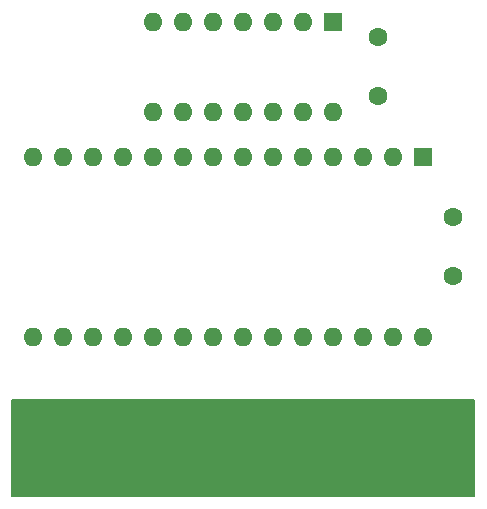
<source format=gbs>
%TF.GenerationSoftware,KiCad,Pcbnew,8.0.6+1*%
%TF.CreationDate,2024-12-12T19:08:46+01:00*%
%TF.ProjectId,full_rom,66756c6c-5f72-46f6-9d2e-6b696361645f,0*%
%TF.SameCoordinates,Original*%
%TF.FileFunction,Soldermask,Bot*%
%TF.FilePolarity,Negative*%
%FSLAX46Y46*%
G04 Gerber Fmt 4.6, Leading zero omitted, Abs format (unit mm)*
G04 Created by KiCad (PCBNEW 8.0.6+1) date 2024-12-12 19:08:46*
%MOMM*%
%LPD*%
G01*
G04 APERTURE LIST*
%ADD10C,0.150000*%
%ADD11R,1.600000X1.600000*%
%ADD12O,1.600000X1.600000*%
%ADD13C,1.600000*%
G04 APERTURE END LIST*
D10*
%TO.C,J1*%
X39878000Y468000D02*
X762000Y468000D01*
X762000Y8596000D01*
X39878000Y8596000D01*
X39878000Y468000D01*
G36*
X39878000Y468000D02*
G01*
X762000Y468000D01*
X762000Y8596000D01*
X39878000Y8596000D01*
X39878000Y468000D01*
G37*
%TD*%
D11*
%TO.C,IC2*%
X35560000Y29210000D03*
D12*
X33020000Y29210000D03*
X30480000Y29210000D03*
X27940000Y29210000D03*
X25400000Y29210000D03*
X22860000Y29210000D03*
X20320000Y29210000D03*
X17780000Y29210000D03*
X15240000Y29210000D03*
X12700000Y29210000D03*
X10160000Y29210000D03*
X7620000Y29210000D03*
X5080000Y29210000D03*
X2540000Y29210000D03*
X2540000Y13970000D03*
X5080000Y13970000D03*
X7620000Y13970000D03*
X10160000Y13970000D03*
X12700000Y13970000D03*
X15240000Y13970000D03*
X17780000Y13970000D03*
X20320000Y13970000D03*
X22860000Y13970000D03*
X25400000Y13970000D03*
X27940000Y13970000D03*
X30480000Y13970000D03*
X33020000Y13970000D03*
X35560000Y13970000D03*
%TD*%
D13*
%TO.C,C2*%
X31750000Y34350000D03*
X31750000Y39350000D03*
%TD*%
%TO.C,C1*%
X38100000Y19090000D03*
X38100000Y24090000D03*
%TD*%
D11*
%TO.C,IC3*%
X27940000Y40620000D03*
D12*
X25400000Y40620000D03*
X22860000Y40620000D03*
X20320000Y40620000D03*
X17780000Y40620000D03*
X15240000Y40620000D03*
X12700000Y40620000D03*
X12700000Y33000000D03*
X15240000Y33000000D03*
X17780000Y33000000D03*
X20320000Y33000000D03*
X22860000Y33000000D03*
X25400000Y33000000D03*
X27940000Y33000000D03*
%TD*%
M02*

</source>
